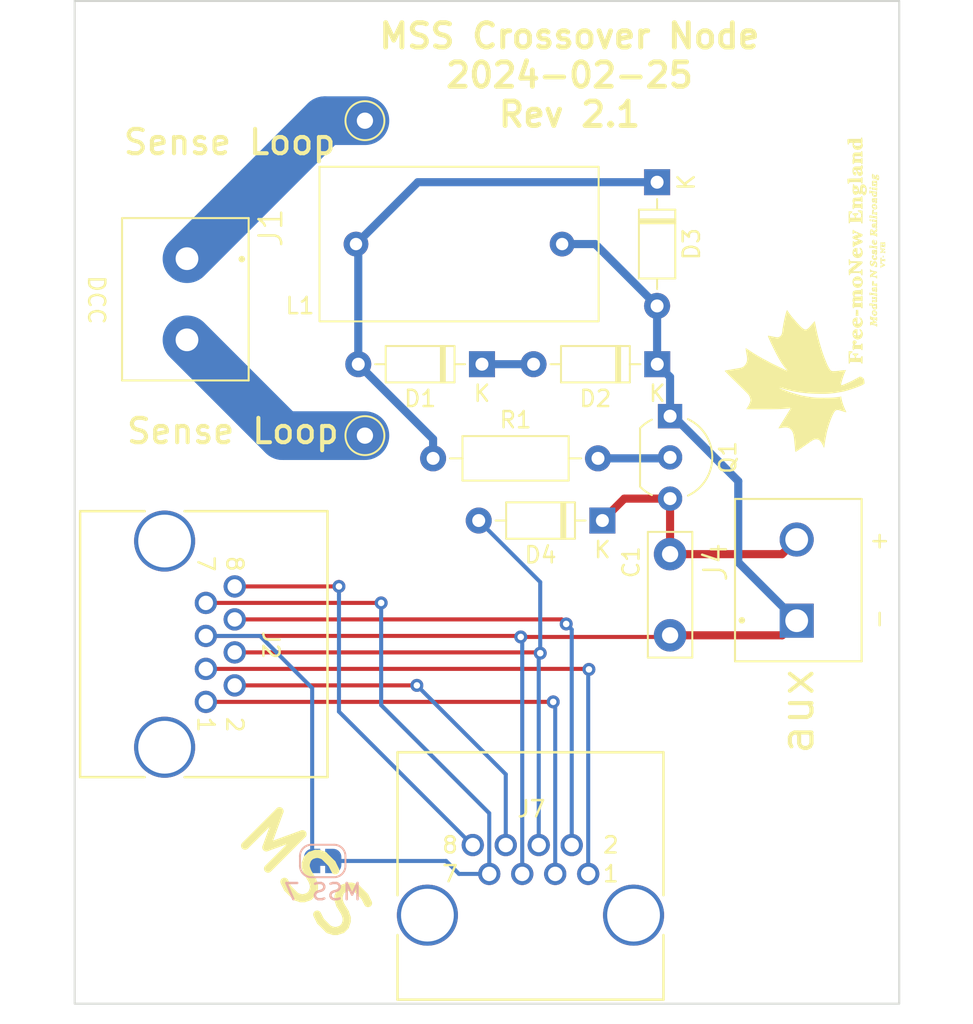
<source format=kicad_pcb>
(kicad_pcb (version 20221018) (generator pcbnew)
  (title_block (date "2024-02-25") (rev "2.1"))
  (layers (0 "F.Cu" signal) (31 "B.Cu" signal) (34 "B.Paste" user) (35 "F.Paste" user) (36 "B.SilkS" user "B.Silkscreen") (37 "F.SilkS" user "F.Silkscreen") (38 "B.Mask" user) (39 "F.Mask" user) (44 "Edge.Cuts" user))
  (net 0 "")
  (net 1 "/Local A")
  (net 2 "/AAin A")
  (net 3 "/Ain A")
  (net 4 "Net-(D1-K)")
  (net 5 "/AD A")
  (net 6 "Net-(D1-A)")
  (net 7 "Net-(J1-Pin_1)")
  (net 8 "Net-(J1-Pin_2)")
  (net 9 "Net-(Q1-B)")
  (net 10 "/Ain B")
  (net 11 "/MSS GND")
  (net 12 "/7 A")
  (net 13 "/AAin B")
  (net 14 "Net-(D4-K)")
  (footprint "Imports:CONN_RJSBE5080_16P13X12P57_AMP" (layer "F.Cu") (at 114 98.8 -90)
    (fp_text reference "J2" (at -3.5 -4 -90 unlocked) (layer "F.SilkS"))
    (fp_text value "RJ45")
    (fp_text user "1" (at 1.397 0 -90 unlocked) (layer "F.SilkS"))
    (fp_text user "2" (at 1.397 -1.778 -90 unlocked) (layer "F.SilkS"))
    (fp_text user "8" (at -8.509 -1.778 -90 unlocked) (layer "F.SilkS"))
    (fp_text user "7" (at -8.509 0 -90 unlocked) (layer "F.SilkS"))
    (pad "1" thru_hole circle (at 0 0 270) (size 1.3716 1.3716) (drill 0.889) (layers "*.Cu" "*.Mask") (net 2 "/AAin A"))
    (pad "2" thru_hole circle (at -1.016 -1.778 270) (size 1.3716 1.3716) (drill 0.889) (layers "*.Cu" "*.Mask") (net 3 "/Ain A"))
    (pad "3" thru_hole circle (at -2.032 0 270) (size 1.3716 1.3716) (drill 0.889) (layers "*.Cu" "*.Mask") (net 13 "/AAin B"))
    (pad "4" thru_hole circle (at -3.048 -1.778 270) (size 1.3716 1.3716) (drill 0.889) (layers "*.Cu" "*.Mask") (net 1 "/Local A"))
    (pad "5" thru_hole circle (at -4.064 0 270) (size 1.3716 1.3716) (drill 0.889) (layers "*.Cu" "*.Mask") (net 11 "/MSS GND"))
    (pad "6" thru_hole circle (at -5.08 -1.778 270) (size 1.3716 1.3716) (drill 0.889) (layers "*.Cu" "*.Mask") (net 10 "/Ain B"))
    (pad "7" thru_hole circle (at -6.096 0 270) (size 1.3716 1.3716) (drill 0.889) (layers "*.Cu" "*.Mask") (net 12 "/7 A"))
    (pad "8" thru_hole circle (at -7.112 -1.778 270) (size 1.3716 1.3716) (drill 0.889) (layers "*.Cu" "*.Mask") (net 5 "/AD A"))
    (pad "9" thru_hole circle (at -9.906 2.54 270) (size 3.7592 3.7592) (drill 3.2512) (layers "*.Cu" "*.Mask"))
    (pad "10" thru_hole circle (at 2.794 2.54 270) (size 3.7592 3.7592) (drill 3.2512) (layers "*.Cu" "*.Mask"))
  )
  (footprint "TestPoint:TestPoint_THTPad_D2.0mm_Drill1.0mm" (layer "F.Cu") (at 123.8 63)
    (fp_text reference "TP1" hide)
    (fp_text value "Loop for current sense")
    (pad "1" thru_hole circle (at 0 0) (size 2 2) (drill 1) (layers "*.Cu" "*.Mask") (net 7 "Net-(J1-Pin_1)"))
  )
  (footprint "myMods:Free-moNH-20" (layer "F.Cu") (at 151.2 73.8 90)
    (fp_text reference "G***" hide)
    (fp_text value "LOGO" hide)
  )
  (footprint "MountingHole:MountingHole_4.3mm_M4" (layer "F.Cu") (at 151.8 60.6)
    (fp_text reference "REF**" hide)
    (fp_text value "MountingHole_4.3mm_M4")
    (pad "" np_thru_hole circle (at 0 0) (size 4.3 4.3) (drill 4.3) (layers "*.Cu" "*.Mask"))
  )
  (footprint "MountingHole:MountingHole_4.3mm_M4" (layer "F.Cu") (at 110.8 112.5)
    (fp_text reference "REF**" hide)
    (fp_text value "MountingHole_4.3mm_M4")
    (pad "" np_thru_hole circle (at 0 0) (size 4.3 4.3) (drill 4.3) (layers "*.Cu" "*.Mask"))
  )
  (footprint "TestPoint:TestPoint_THTPad_D2.0mm_Drill1.0mm" (layer "F.Cu") (at 123.8 82.4)
    (fp_text reference "TP2" hide)
    (fp_text value "~")
    (pad "1" thru_hole circle (at 0 0) (size 2 2) (drill 1) (layers "*.Cu" "*.Mask") (net 8 "Net-(J1-Pin_2)"))
  )
  (footprint "MountingHole:MountingHole_4.3mm_M4" (layer "F.Cu") (at 110.8 60.6)
    (fp_text reference "REF**" hide)
    (fp_text value "MountingHole_4.3mm_M4")
    (pad "" np_thru_hole circle (at 0 0) (size 4.3 4.3) (drill 4.3) (layers "*.Cu" "*.Mask"))
  )
  (footprint "Diode_THT:D_DO-35_SOD27_P7.62mm_Horizontal" (layer "F.Cu") (at 141.81 78 180)
    (fp_text reference "D2" (at 3.81 -2.12) (layer "F.SilkS"))
    (fp_text value "1N4148")
    (fp_text user "K" (at 0 -1.8) (layer "F.SilkS"))
    (pad "1" thru_hole rect (at 0 0 180) (size 1.6 1.6) (drill 0.8) (layers "*.Cu" "*.Mask") (net 11 "/MSS GND"))
    (pad "2" thru_hole oval (at 7.62 0 180) (size 1.6 1.6) (drill 0.8) (layers "*.Cu" "*.Mask") (net 4 "Net-(D1-K)"))
  )
  (footprint "MountingHole:MountingHole_4.3mm_M4" (layer "F.Cu") (at 151.8 112.5)
    (fp_text reference "REF**" hide)
    (fp_text value "MountingHole_4.3mm_M4")
    (pad "" np_thru_hole circle (at 0 0) (size 4.3 4.3) (drill 4.3) (layers "*.Cu" "*.Mask"))
  )
  (footprint "Capacitor_THT:C_Disc_D7.5mm_W2.5mm_P5.00mm" (layer "F.Cu") (at 142.6 89.7 -90)
    (fp_text reference "C1" (at 0.5 2.4 90) (layer "F.SilkS"))
    (fp_text value "470n")
    (pad "1" thru_hole circle (at 0 0 270) (size 2 2) (drill 1) (layers "*.Cu" "*.Mask") (net 14 "Net-(D4-K)"))
    (pad "2" thru_hole circle (at 5 0 270) (size 2 2) (drill 1) (layers "*.Cu" "*.Mask") (net 11 "/MSS GND"))
  )
  (footprint "Resistor_THT:R_Axial_DIN0207_L6.3mm_D2.5mm_P10.16mm_Horizontal" (layer "F.Cu") (at 128 83.8)
    (fp_text reference "R1" (at 5.08 -2.37) (layer "F.SilkS"))
    (fp_text value "470")
    (pad "1" thru_hole circle (at 0 0) (size 1.6 1.6) (drill 0.8) (layers "*.Cu" "*.Mask") (net 6 "Net-(D1-A)"))
    (pad "2" thru_hole oval (at 10.16 0) (size 1.6 1.6) (drill 0.8) (layers "*.Cu" "*.Mask") (net 9 "Net-(Q1-B)"))
  )
  (footprint "Diode_THT:D_DO-35_SOD27_P7.62mm_Horizontal" (layer "F.Cu") (at 141.8 66.79 -90)
    (fp_text reference "D3" (at 3.81 -2.12 90) (layer "F.SilkS"))
    (fp_text value "1N4148")
    (fp_text user "K" (at 0 -1.8 90) (layer "F.SilkS"))
    (pad "1" thru_hole rect (at 0 0 270) (size 1.6 1.6) (drill 0.8) (layers "*.Cu" "*.Mask") (net 6 "Net-(D1-A)"))
    (pad "2" thru_hole oval (at 7.62 0 270) (size 1.6 1.6) (drill 0.8) (layers "*.Cu" "*.Mask") (net 11 "/MSS GND"))
  )
  (footprint "myMods:FIS101NL" (layer "F.Cu") (at 129.6 70.6)
    (fp_text reference "L1" (at -9.8 3.8 unlocked) (layer "F.SilkS"))
    (fp_text value "Murata 56300C")
    (pad "1" thru_hole circle (at -6.35 0) (size 1.524 1.524) (drill 0.762) (layers "*.Cu" "*.Mask") (net 6 "Net-(D1-A)"))
    (pad "2" thru_hole circle (at 6.35 0) (size 1.524 1.524) (drill 0.762) (layers "*.Cu" "*.Mask") (net 11 "/MSS GND"))
  )
  (footprint "Imports:CUI_TB003-500-P02BE" (layer "F.Cu") (at 150.4 93.8 90)
    (fp_text reference "J4" (at 3.6 -5 90) (layer "F.SilkS") (effects (font (size 1.4 1.4))))
    (fp_text value "2x-screw")
    (fp_text user "+" (at 4.9 5.0375 90 unlocked) (layer "F.SilkS"))
    (fp_text user "${Label}" (at -5.6 0 90 unlocked) (layer "F.SilkS") (effects (font (size 2 2) (thickness 0.25))))
    (fp_text user "-" (at 0.1 5.0375 90 unlocked) (layer "F.SilkS"))
    (pad "1" thru_hole rect (at 0 0 90) (size 2.1 2.1) (drill 1.4) (layers "*.Cu" "*.Mask") (net 11 "/MSS GND"))
    (pad "2" thru_hole circle (at 5 0 90) (size 2.1 2.1) (drill 1.4) (layers "*.Cu" "*.Mask") (net 14 "Net-(D4-K)"))
  )
  (footprint "Diode_THT:D_DO-35_SOD27_P7.62mm_Horizontal" (layer "F.Cu") (at 138.43 87.63 180)
    (fp_text reference "D4" (at 3.81 -2.12) (layer "F.SilkS"))
    (fp_text value "1N4148")
    (fp_text user "K" (at 0 -1.8) (layer "F.SilkS"))
    (pad "1" thru_hole rect (at 0 0 180) (size 1.6 1.6) (drill 0.8) (layers "*.Cu" "*.Mask") (net 14 "Net-(D4-K)"))
    (pad "2" thru_hole oval (at 7.62 0 180) (size 1.6 1.6) (drill 0.8) (layers "*.Cu" "*.Mask") (net 1 "/Local A"))
  )
  (footprint "Imports:CUI_TB003-500-P02BE" (layer "F.Cu") (at 112.8375 71.5 -90)
    (fp_text reference "J1" (at -1.9 -5.1625 90) (layer "F.SilkS") (effects (font (size 1.4 1.4))))
    (fp_text value "2x-screw")
    (fp_text user "${Label}" (at 2.54 5.5755 -90 unlocked) (layer "F.SilkS"))
    (pad "1" thru_hole rect (at 0 0 270) (size 2.1 2.1) (drill 1.4) (layers "*.Cu" "*.Mask") (net 7 "Net-(J1-Pin_1)"))
    (pad "2" thru_hole circle (at 5 0 270) (size 2.1 2.1) (drill 1.4) (layers "*.Cu" "*.Mask") (net 8 "Net-(J1-Pin_2)"))
  )
  (footprint "Package_TO_SOT_THT:TO-92_Inline_Wide" (layer "F.Cu") (at 142.6 81.2 -90)
    (fp_text reference "Q1" (at 2.54 -3.56 -90) (layer "F.SilkS"))
    (fp_text value "2N3904")
    (pad "1" thru_hole rect (at 0 0 270) (size 1.5 1.5) (drill 0.8) (layers "*.Cu" "*.Mask") (net 11 "/MSS GND"))
    (pad "2" thru_hole circle (at 2.54 0 270) (size 1.5 1.5) (drill 0.8) (layers "*.Cu" "*.Mask") (net 9 "Net-(Q1-B)"))
    (pad "3" thru_hole circle (at 5.08 0 270) (size 1.5 1.5) (drill 0.8) (layers "*.Cu" "*.Mask") (net 14 "Net-(D4-K)"))
  )
  (footprint "Imports:CONN_RJSBE5080_16P13X12P57_AMP" (layer "F.Cu") (at 137.556 109.39675)
    (fp_text reference "J7" (at -3.5 -4 unlocked) (layer "F.SilkS"))
    (fp_text value "RJ45")
    (fp_text user "7" (at -8.509 0 unlocked) (layer "F.SilkS"))
    (fp_text user "2" (at 1.397 -1.778 unlocked) (layer "F.SilkS"))
    (fp_text user "1" (at 1.397 0 unlocked) (layer "F.SilkS"))
    (fp_text user "8" (at -8.509 -1.778 unlocked) (layer "F.SilkS"))
    (pad "1" thru_hole circle (at 0 0) (size 1.3716 1.3716) (drill 0.889) (layers "*.Cu" "*.Mask") (net 13 "/AAin B"))
    (pad "2" thru_hole circle (at -1.016 -1.778) (size 1.3716 1.3716) (drill 0.889) (layers "*.Cu" "*.Mask") (net 10 "/Ain B"))
    (pad "3" thru_hole circle (at -2.032 0) (size 1.3716 1.3716) (drill 0.889) (layers "*.Cu" "*.Mask") (net 2 "/AAin A"))
    (pad "4" thru_hole circle (at -3.048 -1.778) (size 1.3716 1.3716) (drill 0.889) (layers "*.Cu" "*.Mask") (net 1 "/Local A"))
    (pad "5" thru_hole circle (at -4.064 0) (size 1.3716 1.3716) (drill 0.889) (layers "*.Cu" "*.Mask") (net 11 "/MSS GND"))
    (pad "6" thru_hole circle (at -5.08 -1.778) (size 1.3716 1.3716) (drill 0.889) (layers "*.Cu" "*.Mask") (net 3 "/Ain A"))
    (pad "7" thru_hole circle (at -6.096 0) (size 1.3716 1.3716) (drill 0.889) (layers "*.Cu" "*.Mask") (net 12 "/7 A"))
    (pad "8" thru_hole circle (at -7.112 -1.778) (size 1.3716 1.3716) (drill 0.889) (layers "*.Cu" "*.Mask") (net 5 "/AD A"))
    (pad "9" thru_hole circle (at -9.906 2.54) (size 3.7592 3.7592) (drill 3.2512) (layers "*.Cu" "*.Mask"))
    (pad "10" thru_hole circle (at 2.794 2.54) (size 3.7592 3.7592) (drill 3.2512) (layers "*.Cu" "*.Mask"))
  )
  (footprint "Diode_THT:D_DO-35_SOD27_P7.62mm_Horizontal" (layer "F.Cu") (at 131.01 78 180)
    (fp_text reference "D1" (at 3.81 -2.12) (layer "F.SilkS"))
    (fp_text value "1N4148")
    (fp_text user "K" (at 0 -1.8) (layer "F.SilkS"))
    (pad "1" thru_hole rect (at 0 0 180) (size 1.6 1.6) (drill 0.8) (layers "*.Cu" "*.Mask") (net 4 "Net-(D1-K)"))
    (pad "2" thru_hole oval (at 7.62 0 180) (size 1.6 1.6) (drill 0.8) (layers "*.Cu" "*.Mask") (net 6 "Net-(D1-A)"))
  )
  (footprint "Jumper:SolderJumper-2_P1.3mm_Bridged_RoundedPad1.0x1.5mm" (layer "B.Cu") (at 121.2 108.6 180)
    (fp_text reference "JP1" hide)
    (fp_text value "MSS 7" (at 0 -1.9) (layer "B.SilkS") (effects (justify mirror)))
    (fp_poly (pts (xy 0.25 0.3) (xy -0.25 0.3) (xy -0.25 -0.3) (xy 0.25 -0.3)) (fill solid) (layer "B.Cu"))
    (pad "1" smd custom (at -0.65 0 180) (size 1 0.5) (layers "B.Cu" "B.Mask") (net 12 "/7 A") (options (clearance outline) (anchor rect)) (primitives (gr_circle (center 0 -0.25) (end 0.5 -0.25) (width 0) (fill yes)) (gr_circle (center 0 0.25) (end 0.5 0.25) (width 0) (fill yes)) (gr_poly (pts (xy 0.5 -0.75) (xy 0 -0.75) (xy 0 0.75) (xy 0.5 0.75)) (width 0) (fill yes))))
    (pad "2" smd custom (at 0.65 0 180) (size 1 0.5) (layers "B.Cu" "B.Mask") (net 11 "/MSS GND") (options (clearance outline) (anchor rect)) (primitives (gr_circle (center 0 -0.25) (end 0.5 -0.25) (width 0) (fill yes)) (gr_circle (center 0 0.25) (end 0.5 0.25) (width 0) (fill yes)) (gr_poly (pts (xy 0 -0.75) (xy -0.5 -0.75) (xy -0.5 0.75) (xy 0 0.75)) (width 0) (fill yes))))
  )
  (gr_rect (start 105.918 55.626) (end 156.718 117.39) (stroke (width 0.12)) (fill none) (layer "Edge.Cuts"))
  (gr_text "MSS" (at 115.4 107.2 315) (layer "F.SilkS") (effects (font (size 3 3) (thickness 0.5) bold) (justify left bottom)))
  (gr_text "Sense Loop" (at 109 83) (layer "F.SilkS") (effects (font (size 1.5 1.5) (thickness 0.25)) (justify left bottom)))
  (gr_text "MSS Crossover Node\n${ISSUE_DATE}\nRev ${REVISION}" (at 136.4 60.2) (layer "F.SilkS") (effects (font (size 1.5 1.5) (thickness 0.3))))
  (gr_text "Sense Loop" (at 108.8 65.2) (layer "F.SilkS") (effects (font (size 1.5 1.5) (thickness 0.25)) (justify left bottom)))
  (segment (start 115.778 95.752) (end 134.552 95.752) (width 0.25) (layer "F.Cu") (net 1))
  (segment (start 134.552 95.752) (end 134.6 95.8) (width 0.25) (layer "F.Cu") (net 1))
  (via (at 134.6 95.8) (size 0.8) (drill 0.4) (layers "F.Cu" "B.Cu") (net 1))
  (segment (start 134.6 95.8) (end 134.508 95.892) (width 0.25) (layer "B.Cu") (net 1))
  (segment (start 134.6 95.8) (end 134.6 91.42) (width 0.25) (layer "B.Cu") (net 1))
  (segment (start 134.508 95.892) (end 134.508 107.61875) (width 0.25) (layer "B.Cu") (net 1))
  (segment (start 134.6 91.42) (end 130.81 87.63) (width 0.25) (layer "B.Cu") (net 1))
  (segment (start 114 98.8) (end 135.4 98.8) (width 0.25) (layer "F.Cu") (net 2))
  (via (at 135.4 98.8) (size 0.8) (drill 0.4) (layers "F.Cu" "B.Cu") (net 2))
  (segment (start 135.524 98.924) (end 135.524 109.39675) (width 0.25) (layer "B.Cu") (net 2))
  (segment (start 135.4 98.8) (end 135.524 98.924) (width 0.25) (layer "B.Cu") (net 2))
  (segment (start 127 97.784) (end 115.778 97.784) (width 0.25) (layer "F.Cu") (net 3))
  (via (at 127 97.784) (size 0.8) (drill 0.4) (layers "F.Cu" "B.Cu") (net 3))
  (segment (start 132.476 103.26) (end 132.476 107.61875) (width 0.25) (layer "B.Cu") (net 3))
  (segment (start 127 97.784) (end 132.476 103.26) (width 0.25) (layer "B.Cu") (net 3))
  (segment (start 134.19 78) (end 131.01 78) (width 0.5) (layer "B.Cu") (net 4))
  (segment (start 122.2 91.688) (end 115.778 91.688) (width 0.25) (layer "F.Cu") (net 5))
  (via (at 122.2 91.688) (size 0.8) (drill 0.4) (layers "F.Cu" "B.Cu") (net 5))
  (segment (start 122.2 99.4) (end 130.41875 107.61875) (width 0.25) (layer "B.Cu") (net 5))
  (segment (start 122.2 91.688) (end 122.2 99.4) (width 0.25) (layer "B.Cu") (net 5))
  (segment (start 130.41875 107.61875) (end 130.444 107.61875) (width 0.25) (layer "B.Cu") (net 5))
  (segment (start 123.39 70.74) (end 123.25 70.6) (width 0.5) (layer "B.Cu") (net 6))
  (segment (start 128 83.8) (end 128 82.61) (width 0.5) (layer "B.Cu") (net 6))
  (segment (start 123.39 78) (end 123.39 70.74) (width 0.5) (layer "B.Cu") (net 6))
  (segment (start 141.8 66.79) (end 127.06 66.79) (width 0.5) (layer "B.Cu") (net 6))
  (segment (start 127.06 66.79) (end 123.25 70.6) (width 0.5) (layer "B.Cu") (net 6))
  (segment (start 128 82.61) (end 123.39 78) (width 0.5) (layer "B.Cu") (net 6))
  (segment (start 123.8 63) (end 121.3375 63) (width 3) (layer "B.Cu") (net 7))
  (segment (start 121.3375 63) (end 112.8375 71.5) (width 3) (layer "B.Cu") (net 7))
  (segment (start 112.8375 76.5) (end 118.7375 82.4) (width 3) (layer "B.Cu") (net 8))
  (segment (start 118.7375 82.4) (end 123.8 82.4) (width 3) (layer "B.Cu") (net 8))
  (segment (start 142.54 83.8) (end 142.6 83.74) (width 0.5) (layer "B.Cu") (net 9))
  (segment (start 138.16 83.8) (end 142.54 83.8) (width 0.5) (layer "B.Cu") (net 9))
  (segment (start 115.778 93.72) (end 135.92 93.72) (width 0.25) (layer "F.Cu") (net 10))
  (segment (start 135.92 93.72) (end 136.2 94) (width 0.25) (layer "F.Cu") (net 10))
  (via (at 136.2 94) (size 0.8) (drill 0.4) (layers "F.Cu" "B.Cu") (net 10))
  (segment (start 136.2 94) (end 136.54 94.34) (width 0.25) (layer "B.Cu") (net 10))
  (segment (start 136.54 94.34) (end 136.54 107.61875) (width 0.25) (layer "B.Cu") (net 10))
  (segment (start 149.5 94.7) (end 142.6 94.7) (width 0.5) (layer "F.Cu") (net 11))
  (segment (start 133.336 94.736) (end 133.4 94.8) (width 0.25) (layer "F.Cu") (net 11))
  (segment (start 133.4 94.8) (end 142.5 94.8) (width 0.25) (layer "F.Cu") (net 11))
  (segment (start 114 94.736) (end 133.336 94.736) (width 0.25) (layer "F.Cu") (net 11))
  (segment (start 142.5 94.8) (end 142.6 94.7) (width 0.25) (layer "F.Cu") (net 11))
  (segment (start 150.4 93.8) (end 149.5 94.7) (width 0.5) (layer "F.Cu") (net 11))
  (via (at 133.4 94.8) (size 0.8) (drill 0.4) (layers "F.Cu" "B.Cu") (net 11))
  (segment (start 142.6 81.2) (end 142.6 78.79) (width 0.5) (layer "B.Cu") (net 11))
  (segment (start 117.336 94.736) (end 114 94.736) (width 0.25) (layer "B.Cu") (net 11))
  (segment (start 141.8 77.99) (end 141.81 78) (width 0.5) (layer "B.Cu") (net 11))
  (segment (start 146.8 90.2) (end 146.8 85.2) (width 0.5) (layer "B.Cu") (net 11))
  (segment (start 133.492 94.892) (end 133.492 109.39675) (width 0.25) (layer "B.Cu") (net 11))
  (segment (start 120.55 108.6) (end 120.55 97.95) (width 0.25) (layer "B.Cu") (net 11))
  (segment (start 133.4 94.8) (end 133.492 94.892) (width 0.25) (layer "B.Cu") (net 11))
  (segment (start 142.6 78.79) (end 141.81 78) (width 0.5) (layer "B.Cu") (net 11))
  (segment (start 150.4 93.8) (end 146.8 90.2) (width 0.5) (layer "B.Cu") (net 11))
  (segment (start 135.95 70.6) (end 137.99 70.6) (width 0.5) (layer "B.Cu") (net 11))
  (segment (start 146.8 85.2) (end 142.8 81.2) (width 0.5) (layer "B.Cu") (net 11))
  (segment (start 120.55 97.95) (end 117.336 94.736) (width 0.25) (layer "B.Cu") (net 11))
  (segment (start 141.8 74.41) (end 141.8 77.99) (width 0.5) (layer "B.Cu") (net 11))
  (segment (start 142.8 81.2) (end 142.6 81.2) (width 0.5) (layer "B.Cu") (net 11))
  (segment (start 137.99 70.6) (end 141.8 74.41) (width 0.5) (layer "B.Cu") (net 11))
  (segment (start 124.8 92.704) (end 114 92.704) (width 0.25) (layer "F.Cu") (net 12))
  (via (at 124.8 92.704) (size 0.8) (drill 0.4) (layers "F.Cu" "B.Cu") (net 12))
  (segment (start 124.8 92.704) (end 124.8 99) (width 0.25) (layer "B.Cu") (net 12))
  (segment (start 131.46 109.39675) (end 129.59675 109.39675) (width 0.25) (layer "B.Cu") (net 12))
  (segment (start 124.8 99) (end 131.46 105.66) (width 0.25) (layer "B.Cu") (net 12))
  (segment (start 128.8 108.6) (end 121.85 108.6) (width 0.25) (layer "B.Cu") (net 12))
  (segment (start 131.46 105.66) (end 131.46 109.39675) (width 0.25) (layer "B.Cu") (net 12))
  (segment (start 129.59675 109.39675) (end 128.8 108.6) (width 0.25) (layer "B.Cu") (net 12))
  (segment (start 137.568 96.768) (end 137.6 96.8) (width 0.25) (layer "F.Cu") (net 13))
  (segment (start 114 96.768) (end 137.568 96.768) (width 0.25) (layer "F.Cu") (net 13))
  (via (at 137.6 96.8) (size 0.8) (drill 0.4) (layers "F.Cu" "B.Cu") (net 13))
  (segment (start 137.556 96.844) (end 137.556 109.39675) (width 0.25) (layer "B.Cu") (net 13))
  (segment (start 137.6 96.8) (end 137.556 96.844) (width 0.25) (layer "B.Cu") (net 13))
  (segment (start 149.5 89.7) (end 150.4 88.8) (width 0.5) (layer "F.Cu") (net 14))
  (segment (start 139.78 86.28) (end 142.6 86.28) (width 0.5) (layer "F.Cu") (net 14))
  (segment (start 142.6 89.7) (end 149.5 89.7) (width 0.5) (layer "F.Cu") (net 14))
  (segment (start 138.43 87.63) (end 139.78 86.28) (width 0.5) (layer "F.Cu") (net 14))
  (segment (start 142.6 89.7) (end 142.6 86.28) (width 0.5) (layer "F.Cu") (net 14))
)
</source>
